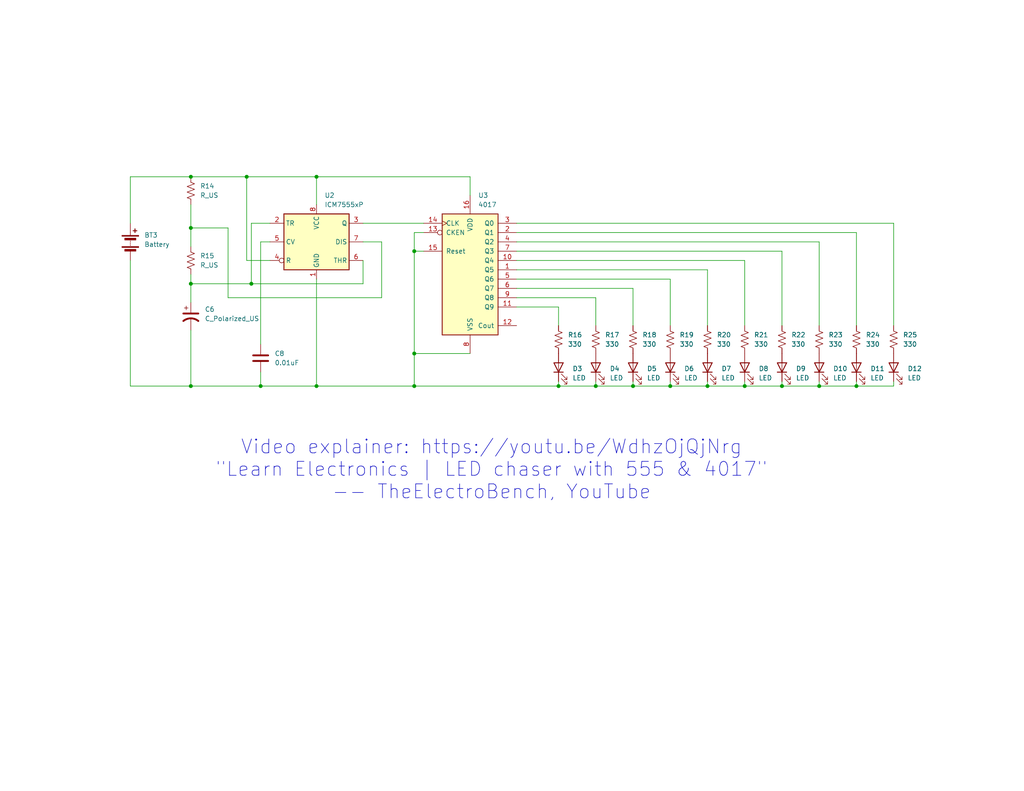
<source format=kicad_sch>
(kicad_sch (version 20231120) (generator "eeschema") (generator_version "8.0")
  (paper "USLetter")
  (title_block (title "Night Rider (LED Chaser)") (rev "v1.0") (company "Mason High School Applied Technology"))
  (lib_symbols
    (symbol "4xxx:4017" (pin_names (offset 1.016))
      (property "Reference" "U" (at -7.62 16.51 0))
      (property "Value" "4017" (at -7.62 -19.05 0))
      (symbol "4017_1_0"
        (pin output line (at 12.7 0 180) (length 5.08) (name "Q5") (number "1"))
        (pin output line (at 12.7 2.54 180) (length 5.08) (name "Q4") (number "10"))
        (pin output line (at 12.7 -10.16 180) (length 5.08) (name "Q9") (number "11"))
        (pin output line (at 12.7 -15.24 180) (length 5.08) (name "Cout") (number "12"))
        (pin input inverted (at -12.7 10.16 0) (length 5.08) (name "CKEN") (number "13"))
        (pin input clock (at -12.7 12.7 0) (length 5.08) (name "CLK") (number "14"))
        (pin input line (at -12.7 5.08 0) (length 5.08) (name "Reset") (number "15"))
        (pin power_in line (at 0 20.32 270) (length 5.08) (name "VDD") (number "16"))
        (pin output line (at 12.7 10.16 180) (length 5.08) (name "Q1") (number "2"))
        (pin output line (at 12.7 12.7 180) (length 5.08) (name "Q0") (number "3"))
        (pin output line (at 12.7 7.62 180) (length 5.08) (name "Q2") (number "4"))
        (pin output line (at 12.7 -2.54 180) (length 5.08) (name "Q6") (number "5"))
        (pin output line (at 12.7 -5.08 180) (length 5.08) (name "Q7") (number "6"))
        (pin output line (at 12.7 5.08 180) (length 5.08) (name "Q3") (number "7"))
        (pin power_in line (at 0 -22.86 90) (length 5.08) (name "VSS") (number "8"))
        (pin output line (at 12.7 -7.62 180) (length 5.08) (name "Q8") (number "9"))
      )
      (symbol "4017_1_1"
        (rectangle (start -7.62 15.24) (end 7.62 -17.78) (stroke (width 0.254)) (fill (type background)))
      )
    )
    (symbol "Device:Battery" (pin_numbers hide) (pin_names (offset 0) hide)
      (property "Reference" "BT" (at 2.54 2.54 0))
      (property "Value" "Battery" (at 2.54 0 0))
      (symbol "Battery_0_1"
        (rectangle (start -2.286 -1.27) (end 2.286 -1.524) (fill (type outline)))
        (rectangle (start -2.286 1.778) (end 2.286 1.524) (fill (type outline)))
        (rectangle (start -1.524 -2.032) (end 1.524 -2.54) (fill (type outline)))
        (rectangle (start -1.524 1.016) (end 1.524 0.508) (fill (type outline)))
        (polyline (pts (xy 0 -1.016) (xy 0 -0.762)))
        (polyline (pts (xy 0 -0.508) (xy 0 -0.254)))
        (polyline (pts (xy 0 0) (xy 0 0.254)))
        (polyline (pts (xy 0 1.778) (xy 0 2.54)))
        (polyline (pts (xy 0.762 3.048) (xy 1.778 3.048)) (stroke (width 0.254)))
        (polyline (pts (xy 1.27 3.556) (xy 1.27 2.54)) (stroke (width 0.254)))
      )
      (symbol "Battery_1_1"
        (pin passive line (at 0 5.08 270) (length 2.54) (name "+") (number "1"))
        (pin passive line (at 0 -5.08 90) (length 2.54) (name "-") (number "2"))
      )
    )
    (symbol "Device:C" (pin_numbers hide) (pin_names (offset 0.254))
      (property "Reference" "C" (at 0.635 2.54 0))
      (property "Value" "C" (at 0.635 -2.54 0))
      (symbol "C_0_1"
        (polyline (pts (xy -2.032 -0.762) (xy 2.032 -0.762)) (stroke (width 0.508)))
        (polyline (pts (xy -2.032 0.762) (xy 2.032 0.762)) (stroke (width 0.508)))
      )
      (symbol "C_1_1"
        (pin passive line (at 0 3.81 270) (length 2.794) (name "~") (number "1"))
        (pin passive line (at 0 -3.81 90) (length 2.794) (name "~") (number "2"))
      )
    )
    (symbol "Device:C_Polarized_US" (pin_numbers hide) (pin_names (offset 0.254) hide)
      (property "Reference" "C" (at 0.635 2.54 0))
      (property "Value" "C_Polarized_US" (at 0.635 -2.54 0))
      (symbol "C_Polarized_US_0_1"
        (polyline (pts (xy -2.032 0.762) (xy 2.032 0.762)) (stroke (width 0.508)))
        (polyline (pts (xy -1.778 2.286) (xy -0.762 2.286)))
        (polyline (pts (xy -1.27 1.778) (xy -1.27 2.794)))
        (arc (start 2.032 -1.27) (mid 0 -0.5572) (end -2.032 -1.27) (stroke (width 0.508)))
      )
      (symbol "C_Polarized_US_1_1"
        (pin passive line (at 0 3.81 270) (length 2.794) (name "~") (number "1"))
        (pin passive line (at 0 -3.81 90) (length 3.302) (name "~") (number "2"))
      )
    )
    (symbol "Device:LED" (pin_numbers hide) (pin_names (offset 1.016) hide)
      (property "Reference" "D" (at 0 2.54 0))
      (property "Value" "LED" (at 0 -2.54 0))
      (symbol "LED_0_1"
        (polyline (pts (xy -1.27 -1.27) (xy -1.27 1.27)) (stroke (width 0.254)))
        (polyline (pts (xy -1.27 0) (xy 1.27 0)))
        (polyline (pts (xy 1.27 -1.27) (xy 1.27 1.27) (xy -1.27 0) (xy 1.27 -1.27)) (stroke (width 0.254)))
        (polyline (pts (xy -3.048 -0.762) (xy -4.572 -2.286) (xy -3.81 -2.286) (xy -4.572 -2.286) (xy -4.572 -1.524)))
        (polyline (pts (xy -1.778 -0.762) (xy -3.302 -2.286) (xy -2.54 -2.286) (xy -3.302 -2.286) (xy -3.302 -1.524)))
      )
      (symbol "LED_1_1"
        (pin passive line (at -3.81 0 0) (length 2.54) (name "K") (number "1"))
        (pin passive line (at 3.81 0 180) (length 2.54) (name "A") (number "2"))
      )
    )
    (symbol "Device:R_US" (pin_numbers hide) (pin_names (offset 0))
      (property "Reference" "R" (at 2.54 0 90))
      (property "Value" "R_US" (at -2.54 0 90))
      (symbol "R_US_0_1"
        (polyline (pts (xy 0 -2.286) (xy 0 -2.54)))
        (polyline (pts (xy 0 2.286) (xy 0 2.54)))
        (polyline (pts (xy 0 -0.762) (xy 1.016 -1.143) (xy 0 -1.524) (xy -1.016 -1.905) (xy 0 -2.286)))
        (polyline (pts (xy 0 0.762) (xy 1.016 0.381) (xy 0 0) (xy -1.016 -0.381) (xy 0 -0.762)))
        (polyline (pts (xy 0 2.286) (xy 1.016 1.905) (xy 0 1.524) (xy -1.016 1.143) (xy 0 0.762)))
      )
      (symbol "R_US_1_1"
        (pin passive line (at 0 3.81 270) (length 1.27) (name "~") (number "1"))
        (pin passive line (at 0 -3.81 90) (length 1.27) (name "~") (number "2"))
      )
    )
    (symbol "Timer:ICM7555xP"
      (property "Reference" "U" (at -10.16 8.89 0))
      (property "Value" "ICM7555xP" (at 2.54 8.89 0))
      (symbol "ICM7555xP_0_0"
        (pin power_in line (at 0 -10.16 90) (length 2.54) (name "GND") (number "1"))
        (pin power_in line (at 0 10.16 270) (length 2.54) (name "VCC") (number "8"))
      )
      (symbol "ICM7555xP_0_1"
        (rectangle (start -8.89 -7.62) (end 8.89 7.62) (stroke (width 0.254)) (fill (type background)))
        (rectangle (start -8.89 -7.62) (end 8.89 7.62) (stroke (width 0.254)) (fill (type background)))
      )
      (symbol "ICM7555xP_1_1"
        (pin input line (at -12.7 5.08 0) (length 3.81) (name "TR") (number "2"))
        (pin output line (at 12.7 5.08 180) (length 3.81) (name "Q") (number "3"))
        (pin input inverted (at -12.7 -5.08 0) (length 3.81) (name "R") (number "4"))
        (pin input line (at -12.7 0 0) (length 3.81) (name "CV") (number "5"))
        (pin input line (at 12.7 -5.08 180) (length 3.81) (name "THR") (number "6"))
        (pin input line (at 12.7 0 180) (length 3.81) (name "DIS") (number "7"))
      )
    )
  )
  (junction (at 152.4 105.41))
  (junction (at 86.36 105.41))
  (junction (at 203.2 105.41))
  (junction (at 68.58 77.47))
  (junction (at 233.68 105.41))
  (junction (at 213.36 105.41))
  (junction (at 71.12 105.41))
  (junction (at 223.52 105.41))
  (junction (at 113.03 96.52))
  (junction (at 162.56 105.41))
  (junction (at 52.07 105.41))
  (junction (at 193.04 105.41))
  (junction (at 52.07 48.26))
  (junction (at 52.07 77.47))
  (junction (at 52.07 62.23))
  (junction (at 182.88 105.41))
  (junction (at 113.03 105.41))
  (junction (at 113.03 68.58))
  (junction (at 67.31 48.26))
  (junction (at 172.72 105.41))
  (junction (at 86.36 48.26))
  (wire (pts (xy 140.97 81.28) (xy 162.56 81.28)))
  (wire (pts (xy 113.03 96.52) (xy 113.03 105.41)))
  (wire (pts (xy 73.66 71.12) (xy 67.31 71.12)))
  (wire (pts (xy 223.52 104.14) (xy 223.52 105.41)))
  (wire (pts (xy 140.97 76.2) (xy 182.88 76.2)))
  (wire (pts (xy 35.56 48.26) (xy 35.56 60.96)))
  (wire (pts (xy 172.72 104.14) (xy 172.72 105.41)))
  (wire (pts (xy 68.58 60.96) (xy 68.58 77.47)))
  (wire (pts (xy 52.07 48.26) (xy 35.56 48.26)))
  (wire (pts (xy 52.07 77.47) (xy 52.07 82.55)))
  (wire (pts (xy 213.36 68.58) (xy 213.36 88.9)))
  (wire (pts (xy 233.68 63.5) (xy 233.68 88.9)))
  (wire (pts (xy 71.12 101.6) (xy 71.12 105.41)))
  (wire (pts (xy 162.56 104.14) (xy 162.56 105.41)))
  (wire (pts (xy 86.36 76.2) (xy 86.36 105.41)))
  (wire (pts (xy 68.58 77.47) (xy 99.06 77.47)))
  (wire (pts (xy 140.97 63.5) (xy 233.68 63.5)))
  (wire (pts (xy 68.58 77.47) (xy 52.07 77.47)))
  (wire (pts (xy 113.03 96.52) (xy 128.27 96.52)))
  (wire (pts (xy 99.06 66.04) (xy 104.14 66.04)))
  (wire (pts (xy 71.12 105.41) (xy 86.36 105.41)))
  (wire (pts (xy 182.88 104.14) (xy 182.88 105.41)))
  (wire (pts (xy 35.56 71.12) (xy 35.56 105.41)))
  (wire (pts (xy 213.36 105.41) (xy 203.2 105.41)))
  (wire (pts (xy 86.36 48.26) (xy 67.31 48.26)))
  (wire (pts (xy 182.88 105.41) (xy 172.72 105.41)))
  (wire (pts (xy 86.36 55.88) (xy 86.36 48.26)))
  (wire (pts (xy 52.07 90.17) (xy 52.07 105.41)))
  (wire (pts (xy 140.97 60.96) (xy 243.84 60.96)))
  (wire (pts (xy 223.52 105.41) (xy 233.68 105.41)))
  (wire (pts (xy 113.03 68.58) (xy 113.03 96.52)))
  (wire (pts (xy 52.07 62.23) (xy 52.07 67.31)))
  (wire (pts (xy 62.23 62.23) (xy 52.07 62.23)))
  (wire (pts (xy 104.14 66.04) (xy 104.14 81.28)))
  (wire (pts (xy 113.03 63.5) (xy 113.03 68.58)))
  (wire (pts (xy 62.23 81.28) (xy 62.23 62.23)))
  (wire (pts (xy 223.52 66.04) (xy 223.52 88.9)))
  (wire (pts (xy 162.56 105.41) (xy 152.4 105.41)))
  (wire (pts (xy 104.14 81.28) (xy 62.23 81.28)))
  (wire (pts (xy 203.2 105.41) (xy 193.04 105.41)))
  (wire (pts (xy 193.04 73.66) (xy 193.04 88.9)))
  (wire (pts (xy 233.68 104.14) (xy 233.68 105.41)))
  (wire (pts (xy 140.97 68.58) (xy 213.36 68.58)))
  (wire (pts (xy 162.56 81.28) (xy 162.56 88.9)))
  (wire (pts (xy 52.07 74.93) (xy 52.07 77.47)))
  (wire (pts (xy 140.97 71.12) (xy 203.2 71.12)))
  (wire (pts (xy 128.27 48.26) (xy 86.36 48.26)))
  (wire (pts (xy 99.06 60.96) (xy 115.57 60.96)))
  (wire (pts (xy 243.84 60.96) (xy 243.84 88.9)))
  (wire (pts (xy 128.27 53.34) (xy 128.27 48.26)))
  (wire (pts (xy 52.07 55.88) (xy 52.07 62.23)))
  (wire (pts (xy 52.07 105.41) (xy 71.12 105.41)))
  (wire (pts (xy 73.66 60.96) (xy 68.58 60.96)))
  (wire (pts (xy 113.03 68.58) (xy 115.57 68.58)))
  (wire (pts (xy 73.66 66.04) (xy 71.12 66.04)))
  (wire (pts (xy 86.36 105.41) (xy 113.03 105.41)))
  (wire (pts (xy 67.31 71.12) (xy 67.31 48.26)))
  (wire (pts (xy 203.2 104.14) (xy 203.2 105.41)))
  (wire (pts (xy 71.12 66.04) (xy 71.12 93.98)))
  (wire (pts (xy 152.4 83.82) (xy 152.4 88.9)))
  (wire (pts (xy 203.2 71.12) (xy 203.2 88.9)))
  (wire (pts (xy 213.36 104.14) (xy 213.36 105.41)))
  (wire (pts (xy 243.84 105.41) (xy 233.68 105.41)))
  (wire (pts (xy 193.04 105.41) (xy 182.88 105.41)))
  (wire (pts (xy 140.97 66.04) (xy 223.52 66.04)))
  (wire (pts (xy 140.97 83.82) (xy 152.4 83.82)))
  (wire (pts (xy 182.88 76.2) (xy 182.88 88.9)))
  (wire (pts (xy 67.31 48.26) (xy 52.07 48.26)))
  (wire (pts (xy 172.72 78.74) (xy 172.72 88.9)))
  (wire (pts (xy 115.57 63.5) (xy 113.03 63.5)))
  (wire (pts (xy 172.72 105.41) (xy 162.56 105.41)))
  (wire (pts (xy 152.4 104.14) (xy 152.4 105.41)))
  (wire (pts (xy 223.52 105.41) (xy 213.36 105.41)))
  (wire (pts (xy 243.84 104.14) (xy 243.84 105.41)))
  (wire (pts (xy 140.97 73.66) (xy 193.04 73.66)))
  (wire (pts (xy 140.97 78.74) (xy 172.72 78.74)))
  (wire (pts (xy 35.56 105.41) (xy 52.07 105.41)))
  (wire (pts (xy 152.4 105.41) (xy 113.03 105.41)))
  (wire (pts (xy 193.04 104.14) (xy 193.04 105.41)))
  (wire (pts (xy 99.06 77.47) (xy 99.06 71.12)))
  (text "Video explainer: https://youtu.be/WdhzOjQjNrg\n\"Learn Electronics | LED chaser with 555 & 4017\"\n-- TheElectroBench, YouTube" (at 134.112 128.27 0) (effects (font (size 3.81 3.81))))
  (symbol (lib_id "Device:R_US") (at 152.4 92.71 0) (unit 1)
    (property "Reference" "R16" (at 154.94 91.4399 0) (effects (justify left)))
    (property "Value" "330" (at 154.94 93.9799 0) (effects (justify left)))
    (property "Description" "Resistor, US symbol" (effects (hide yes)))
  )
  (symbol (lib_id "Device:R_US") (at 223.52 92.71 0) (unit 1)
    (property "Reference" "R23" (at 226.06 91.4399 0) (effects (justify left)))
    (property "Value" "330" (at 226.06 93.9799 0) (effects (justify left)))
    (property "Description" "Resistor, US symbol" (effects (hide yes)))
  )
  (symbol (lib_id "Device:LED") (at 193.04 100.33 90) (unit 1)
    (property "Reference" "D7" (at 196.85 100.6474 90) (effects (justify right)))
    (property "Value" "LED" (at 196.85 103.1874 90) (effects (justify right)))
    (property "Description" "Light emitting diode" (effects (hide yes)))
  )
  (symbol (lib_id "Device:R_US") (at 172.72 92.71 0) (unit 1)
    (property "Reference" "R18" (at 175.26 91.4399 0) (effects (justify left)))
    (property "Value" "330" (at 175.26 93.9799 0) (effects (justify left)))
    (property "Description" "Resistor, US symbol" (effects (hide yes)))
  )
  (symbol (lib_id "Device:R_US") (at 243.84 92.71 0) (unit 1)
    (property "Reference" "R25" (at 246.38 91.4399 0) (effects (justify left)))
    (property "Value" "330" (at 246.38 93.9799 0) (effects (justify left)))
    (property "Description" "Resistor, US symbol" (effects (hide yes)))
  )
  (symbol (lib_id "Device:R_US") (at 52.07 52.07 0) (unit 1)
    (property "Reference" "R14" (at 54.61 50.7999 0) (effects (justify left)))
    (property "Value" "R_US" (at 54.61 53.3399 0) (effects (justify left)))
    (property "Description" "Resistor, US symbol" (effects (hide yes)))
  )
  (symbol (lib_id "Device:LED") (at 223.52 100.33 90) (unit 1)
    (property "Reference" "D10" (at 227.33 100.6474 90) (effects (justify right)))
    (property "Value" "LED" (at 227.33 103.1874 90) (effects (justify right)))
    (property "Description" "Light emitting diode" (effects (hide yes)))
  )
  (symbol (lib_id "Device:LED") (at 182.88 100.33 90) (unit 1)
    (property "Reference" "D6" (at 186.69 100.6474 90) (effects (justify right)))
    (property "Value" "LED" (at 186.69 103.1874 90) (effects (justify right)))
    (property "Description" "Light emitting diode" (effects (hide yes)))
  )
  (symbol (lib_id "Device:R_US") (at 52.07 71.12 0) (unit 1)
    (property "Reference" "R15" (at 54.61 69.8499 0) (effects (justify left)))
    (property "Value" "R_US" (at 54.61 72.3899 0) (effects (justify left)))
    (property "Description" "Resistor, US symbol" (effects (hide yes)))
  )
  (symbol (lib_id "Device:LED") (at 203.2 100.33 90) (unit 1)
    (property "Reference" "D8" (at 207.01 100.6474 90) (effects (justify right)))
    (property "Value" "LED" (at 207.01 103.1874 90) (effects (justify right)))
    (property "Description" "Light emitting diode" (effects (hide yes)))
  )
  (symbol (lib_id "Device:LED") (at 172.72 100.33 90) (unit 1)
    (property "Reference" "D5" (at 176.53 100.6474 90) (effects (justify right)))
    (property "Value" "LED" (at 176.53 103.1874 90) (effects (justify right)))
    (property "Description" "Light emitting diode" (effects (hide yes)))
  )
  (symbol (lib_id "Device:C") (at 71.12 97.79 0) (unit 1)
    (property "Reference" "C8" (at 74.93 96.5199 0) (effects (justify left)))
    (property "Value" "0.01uF" (at 74.93 99.0599 0) (effects (justify left)))
    (property "Description" "Unpolarized capacitor" (effects (hide yes)))
  )
  (symbol (lib_id "Device:R_US") (at 182.88 92.71 0) (unit 1)
    (property "Reference" "R19" (at 185.42 91.4399 0) (effects (justify left)))
    (property "Value" "330" (at 185.42 93.9799 0) (effects (justify left)))
    (property "Description" "Resistor, US symbol" (effects (hide yes)))
  )
  (symbol (lib_id "Device:R_US") (at 213.36 92.71 0) (unit 1)
    (property "Reference" "R22" (at 215.9 91.4399 0) (effects (justify left)))
    (property "Value" "330" (at 215.9 93.9799 0) (effects (justify left)))
    (property "Description" "Resistor, US symbol" (effects (hide yes)))
  )
  (symbol (lib_id "Device:LED") (at 213.36 100.33 90) (unit 1)
    (property "Reference" "D9" (at 217.17 100.6474 90) (effects (justify right)))
    (property "Value" "LED" (at 217.17 103.1874 90) (effects (justify right)))
    (property "Description" "Light emitting diode" (effects (hide yes)))
  )
  (symbol (lib_id "Device:LED") (at 233.68 100.33 90) (unit 1)
    (property "Reference" "D11" (at 237.49 100.6474 90) (effects (justify right)))
    (property "Value" "LED" (at 237.49 103.1874 90) (effects (justify right)))
    (property "Description" "Light emitting diode" (effects (hide yes)))
  )
  (symbol (lib_id "Device:R_US") (at 193.04 92.71 0) (unit 1)
    (property "Reference" "R20" (at 195.58 91.4399 0) (effects (justify left)))
    (property "Value" "330" (at 195.58 93.9799 0) (effects (justify left)))
    (property "Description" "Resistor, US symbol" (effects (hide yes)))
  )
  (symbol (lib_id "Device:R_US") (at 203.2 92.71 0) (unit 1)
    (property "Reference" "R21" (at 205.74 91.4399 0) (effects (justify left)))
    (property "Value" "330" (at 205.74 93.9799 0) (effects (justify left)))
    (property "Description" "Resistor, US symbol" (effects (hide yes)))
  )
  (symbol (lib_id "Device:C_Polarized_US") (at 52.07 86.36 0) (unit 1)
    (property "Reference" "C6" (at 55.88 84.4549 0) (effects (justify left)))
    (property "Value" "C_Polarized_US" (at 55.88 86.9949 0) (effects (justify left)))
    (property "Description" "Polarized capacitor, US symbol" (effects (hide yes)))
  )
  (symbol (lib_id "Device:Battery") (at 35.56 66.04 0) (unit 1)
    (property "Reference" "BT3" (at 39.37 64.1984 0) (effects (justify left)))
    (property "Value" "Battery" (at 39.37 66.7384 0) (effects (justify left)))
    (property "Description" "Multiple-cell battery" (effects (hide yes)))
  )
  (symbol (lib_id "Device:R_US") (at 233.68 92.71 0) (unit 1)
    (property "Reference" "R24" (at 236.22 91.4399 0) (effects (justify left)))
    (property "Value" "330" (at 236.22 93.9799 0) (effects (justify left)))
    (property "Description" "Resistor, US symbol" (effects (hide yes)))
  )
  (symbol (lib_id "Timer:ICM7555xP") (at 86.36 66.04 0) (unit 1)
    (property "Reference" "U2" (at 88.5541 53.34 0) (effects (justify left)))
    (property "Value" "ICM7555xP" (at 88.5541 55.88 0) (effects (justify left)))
    (property "Footprint" "Package_DIP:DIP-8_W7.62mm" (effects (hide yes)))
    (property "Datasheet" "http://www.intersil.com/content/dam/Intersil/documents/icm7/icm7555-56.pdf" (effects (hide yes)))
    (property "Description" "CMOS General Purpose Timer, 555 compatible, PDIP-8" (effects (hide yes)))
  )
  (symbol (lib_id "Device:R_US") (at 162.56 92.71 0) (unit 1)
    (property "Reference" "R17" (at 165.1 91.4399 0) (effects (justify left)))
    (property "Value" "330" (at 165.1 93.9799 0) (effects (justify left)))
    (property "Description" "Resistor, US symbol" (effects (hide yes)))
  )
  (symbol (lib_id "Device:LED") (at 243.84 100.33 90) (unit 1)
    (property "Reference" "D12" (at 247.65 100.6474 90) (effects (justify right)))
    (property "Value" "LED" (at 247.65 103.1874 90) (effects (justify right)))
    (property "Description" "Light emitting diode" (effects (hide yes)))
  )
  (symbol (lib_id "Device:LED") (at 152.4 100.33 90) (unit 1)
    (property "Reference" "D3" (at 156.21 100.6474 90) (effects (justify right)))
    (property "Value" "LED" (at 156.21 103.1874 90) (effects (justify right)))
    (property "Description" "Light emitting diode" (effects (hide yes)))
  )
  (symbol (lib_id "4xxx:4017") (at 128.27 73.66 0) (unit 1)
    (property "Reference" "U3" (at 130.4641 53.34 0) (effects (justify left)))
    (property "Value" "4017" (at 130.4641 55.88 0) (effects (justify left)))
    (property "Datasheet" "http://www.intersil.com/content/dam/Intersil/documents/cd40/cd4017bms-22bms.pdf" (effects (hide yes)))
    (property "Description" "Johnson Counter ( 10 outputs )" (effects (hide yes)))
  )
  (symbol (lib_id "Device:LED") (at 162.56 100.33 90) (unit 1)
    (property "Reference" "D4" (at 166.37 100.6474 90) (effects (justify right)))
    (property "Value" "LED" (at 166.37 103.1874 90) (effects (justify right)))
    (property "Description" "Light emitting diode" (effects (hide yes)))
  )
)
</source>
